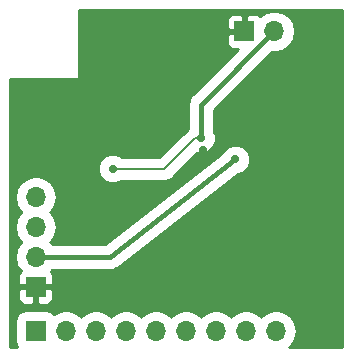
<source format=gbr>
G04 #@! TF.GenerationSoftware,KiCad,Pcbnew,(5.0.1)-3*
G04 #@! TF.CreationDate,2019-10-04T17:51:27-04:00*
G04 #@! TF.ProjectId,TPS62746,54505336323734362E6B696361645F70,rev?*
G04 #@! TF.SameCoordinates,Original*
G04 #@! TF.FileFunction,Copper,L2,Bot,Signal*
G04 #@! TF.FilePolarity,Positive*
%FSLAX46Y46*%
G04 Gerber Fmt 4.6, Leading zero omitted, Abs format (unit mm)*
G04 Created by KiCad (PCBNEW (5.0.1)-3) date 10/4/2019 5:51:27 PM*
%MOMM*%
%LPD*%
G01*
G04 APERTURE LIST*
G04 #@! TA.AperFunction,ComponentPad*
%ADD10R,1.700000X1.700000*%
G04 #@! TD*
G04 #@! TA.AperFunction,ComponentPad*
%ADD11O,1.700000X1.700000*%
G04 #@! TD*
G04 #@! TA.AperFunction,ViaPad*
%ADD12C,0.700000*%
G04 #@! TD*
G04 #@! TA.AperFunction,Conductor*
%ADD13C,0.203200*%
G04 #@! TD*
G04 #@! TA.AperFunction,Conductor*
%ADD14C,0.457200*%
G04 #@! TD*
G04 #@! TA.AperFunction,Conductor*
%ADD15C,0.254000*%
G04 #@! TD*
G04 APERTURE END LIST*
D10*
G04 #@! TO.P,J3,1*
G04 #@! TO.N,Net-(J3-Pad1)*
X172130000Y-89620000D03*
D11*
G04 #@! TO.P,J3,2*
G04 #@! TO.N,/LOAD_SW_CTRL*
X174670000Y-89620000D03*
G04 #@! TO.P,J3,3*
G04 #@! TO.N,/AIN_BAT_DIV_VOLTAGE*
X177210000Y-89620000D03*
G04 #@! TO.P,J3,4*
G04 #@! TO.N,N/C*
X179750000Y-89620000D03*
G04 #@! TO.P,J3,5*
X182290000Y-89620000D03*
G04 #@! TO.P,J3,6*
X184830000Y-89620000D03*
G04 #@! TO.P,J3,7*
X187370000Y-89620000D03*
G04 #@! TO.P,J3,8*
X189910000Y-89620000D03*
G04 #@! TO.P,J3,9*
X192450000Y-89620000D03*
G04 #@! TD*
D10*
G04 #@! TO.P,J1,1*
G04 #@! TO.N,DGND*
X172120000Y-85890000D03*
D11*
G04 #@! TO.P,J1,2*
G04 #@! TO.N,DVDD*
X172120000Y-83350000D03*
G04 #@! TO.P,J1,3*
G04 #@! TO.N,N/C*
X172120000Y-80810000D03*
G04 #@! TO.P,J1,4*
X172120000Y-78270000D03*
G04 #@! TD*
D10*
G04 #@! TO.P,J2,1*
G04 #@! TO.N,DGND*
X189770000Y-64240000D03*
D11*
G04 #@! TO.P,J2,2*
G04 #@! TO.N,/LOAD_IN*
X192310000Y-64240000D03*
G04 #@! TD*
D12*
G04 #@! TO.N,DGND*
X186260000Y-74320000D03*
X180110000Y-79410000D03*
G04 #@! TO.N,/LOAD_IN*
X186110000Y-73300000D03*
X178640000Y-75880000D03*
G04 #@! TO.N,DVDD*
X189030000Y-75080000D03*
G04 #@! TD*
D13*
G04 #@! TO.N,/LOAD_IN*
X185615026Y-73300000D02*
X183005026Y-75910000D01*
X186110000Y-73300000D02*
X185615026Y-73300000D01*
X183005026Y-75910000D02*
X178670000Y-75910000D01*
X178670000Y-75910000D02*
X178640000Y-75880000D01*
D14*
X186110000Y-70440000D02*
X186110000Y-73300000D01*
X192310000Y-64240000D02*
X186110000Y-70440000D01*
G04 #@! TO.N,DVDD*
X189030000Y-75080000D02*
X178390000Y-83350000D01*
X178390000Y-83350000D02*
X172120000Y-83350000D01*
G04 #@! TD*
D15*
G04 #@! TO.N,DGND*
G36*
X198011001Y-90971000D02*
X193558203Y-90971000D01*
X193703749Y-90873749D01*
X194088102Y-90298524D01*
X194223069Y-89620000D01*
X194088102Y-88941476D01*
X193703749Y-88366251D01*
X193128524Y-87981898D01*
X192621276Y-87881000D01*
X192278724Y-87881000D01*
X191771476Y-87981898D01*
X191196251Y-88366251D01*
X191180000Y-88390572D01*
X191163749Y-88366251D01*
X190588524Y-87981898D01*
X190081276Y-87881000D01*
X189738724Y-87881000D01*
X189231476Y-87981898D01*
X188656251Y-88366251D01*
X188640000Y-88390572D01*
X188623749Y-88366251D01*
X188048524Y-87981898D01*
X187541276Y-87881000D01*
X187198724Y-87881000D01*
X186691476Y-87981898D01*
X186116251Y-88366251D01*
X186100000Y-88390572D01*
X186083749Y-88366251D01*
X185508524Y-87981898D01*
X185001276Y-87881000D01*
X184658724Y-87881000D01*
X184151476Y-87981898D01*
X183576251Y-88366251D01*
X183560000Y-88390572D01*
X183543749Y-88366251D01*
X182968524Y-87981898D01*
X182461276Y-87881000D01*
X182118724Y-87881000D01*
X181611476Y-87981898D01*
X181036251Y-88366251D01*
X181020000Y-88390572D01*
X181003749Y-88366251D01*
X180428524Y-87981898D01*
X179921276Y-87881000D01*
X179578724Y-87881000D01*
X179071476Y-87981898D01*
X178496251Y-88366251D01*
X178480000Y-88390572D01*
X178463749Y-88366251D01*
X177888524Y-87981898D01*
X177381276Y-87881000D01*
X177038724Y-87881000D01*
X176531476Y-87981898D01*
X175956251Y-88366251D01*
X175940000Y-88390572D01*
X175923749Y-88366251D01*
X175348524Y-87981898D01*
X174841276Y-87881000D01*
X174498724Y-87881000D01*
X173991476Y-87981898D01*
X173667321Y-88198492D01*
X173620933Y-88129067D01*
X173326870Y-87932581D01*
X172980000Y-87863584D01*
X171280000Y-87863584D01*
X170933130Y-87932581D01*
X170639067Y-88129067D01*
X170442581Y-88423130D01*
X170373584Y-88770000D01*
X170373584Y-90470000D01*
X170442581Y-90816870D01*
X170545567Y-90971000D01*
X169929000Y-90971000D01*
X169929000Y-86175750D01*
X170635000Y-86175750D01*
X170635000Y-86866310D01*
X170731673Y-87099699D01*
X170910302Y-87278327D01*
X171143691Y-87375000D01*
X171834250Y-87375000D01*
X171993000Y-87216250D01*
X171993000Y-86017000D01*
X172247000Y-86017000D01*
X172247000Y-87216250D01*
X172405750Y-87375000D01*
X173096309Y-87375000D01*
X173329698Y-87278327D01*
X173508327Y-87099699D01*
X173605000Y-86866310D01*
X173605000Y-86175750D01*
X173446250Y-86017000D01*
X172247000Y-86017000D01*
X171993000Y-86017000D01*
X170793750Y-86017000D01*
X170635000Y-86175750D01*
X169929000Y-86175750D01*
X169929000Y-78270000D01*
X170346931Y-78270000D01*
X170481898Y-78948524D01*
X170866251Y-79523749D01*
X170890572Y-79540000D01*
X170866251Y-79556251D01*
X170481898Y-80131476D01*
X170346931Y-80810000D01*
X170481898Y-81488524D01*
X170866251Y-82063749D01*
X170890572Y-82080000D01*
X170866251Y-82096251D01*
X170481898Y-82671476D01*
X170346931Y-83350000D01*
X170481898Y-84028524D01*
X170843009Y-84568965D01*
X170731673Y-84680301D01*
X170635000Y-84913690D01*
X170635000Y-85604250D01*
X170793750Y-85763000D01*
X171993000Y-85763000D01*
X171993000Y-85743000D01*
X172247000Y-85743000D01*
X172247000Y-85763000D01*
X173446250Y-85763000D01*
X173605000Y-85604250D01*
X173605000Y-84913690D01*
X173508327Y-84680301D01*
X173396991Y-84568965D01*
X173464721Y-84467600D01*
X178209052Y-84467600D01*
X178248296Y-84480650D01*
X178430067Y-84467600D01*
X178500073Y-84467600D01*
X178539611Y-84459735D01*
X178691762Y-84448812D01*
X178755808Y-84416731D01*
X178826066Y-84402756D01*
X178952906Y-84318005D01*
X178988944Y-84299953D01*
X179044210Y-84256997D01*
X179195745Y-84155745D01*
X179218723Y-84121356D01*
X189257064Y-76319000D01*
X189276452Y-76319000D01*
X189731837Y-76130373D01*
X190080373Y-75781837D01*
X190269000Y-75326452D01*
X190269000Y-74833548D01*
X190080373Y-74378163D01*
X189731837Y-74029627D01*
X189276452Y-73841000D01*
X188783548Y-73841000D01*
X188328163Y-74029627D01*
X187979627Y-74378163D01*
X187916852Y-74529714D01*
X178006747Y-82232400D01*
X173464721Y-82232400D01*
X173373749Y-82096251D01*
X173349428Y-82080000D01*
X173373749Y-82063749D01*
X173758102Y-81488524D01*
X173893069Y-80810000D01*
X173758102Y-80131476D01*
X173373749Y-79556251D01*
X173349428Y-79540000D01*
X173373749Y-79523749D01*
X173758102Y-78948524D01*
X173893069Y-78270000D01*
X173758102Y-77591476D01*
X173373749Y-77016251D01*
X172798524Y-76631898D01*
X172291276Y-76531000D01*
X171948724Y-76531000D01*
X171441476Y-76631898D01*
X170866251Y-77016251D01*
X170481898Y-77591476D01*
X170346931Y-78270000D01*
X169929000Y-78270000D01*
X169929000Y-75633548D01*
X177401000Y-75633548D01*
X177401000Y-76126452D01*
X177589627Y-76581837D01*
X177938163Y-76930373D01*
X178393548Y-77119000D01*
X178886452Y-77119000D01*
X179341837Y-76930373D01*
X179371610Y-76900600D01*
X182907461Y-76900600D01*
X183005026Y-76920007D01*
X183102591Y-76900600D01*
X183102592Y-76900600D01*
X183391539Y-76843125D01*
X183719209Y-76624183D01*
X183774478Y-76541467D01*
X185802311Y-74513635D01*
X185863548Y-74539000D01*
X186356452Y-74539000D01*
X186811837Y-74350373D01*
X187160373Y-74001837D01*
X187349000Y-73546452D01*
X187349000Y-73053548D01*
X187227600Y-72760463D01*
X187227600Y-70902924D01*
X192151525Y-65979000D01*
X192481276Y-65979000D01*
X192988524Y-65878102D01*
X193563749Y-65493749D01*
X193948102Y-64918524D01*
X194083069Y-64240000D01*
X193948102Y-63561476D01*
X193563749Y-62986251D01*
X192988524Y-62601898D01*
X192481276Y-62501000D01*
X192138724Y-62501000D01*
X191631476Y-62601898D01*
X191091035Y-62963009D01*
X190979699Y-62851673D01*
X190746310Y-62755000D01*
X190055750Y-62755000D01*
X189897000Y-62913750D01*
X189897000Y-64113000D01*
X189917000Y-64113000D01*
X189917000Y-64367000D01*
X189897000Y-64367000D01*
X189897000Y-64387000D01*
X189643000Y-64387000D01*
X189643000Y-64367000D01*
X188443750Y-64367000D01*
X188285000Y-64525750D01*
X188285000Y-65216309D01*
X188381673Y-65449698D01*
X188560301Y-65628327D01*
X188793690Y-65725000D01*
X189244475Y-65725000D01*
X185397576Y-69571900D01*
X185304255Y-69634255D01*
X185057245Y-70003934D01*
X185057244Y-70003935D01*
X184970505Y-70440000D01*
X184992400Y-70550074D01*
X184992401Y-72524640D01*
X184900843Y-72585817D01*
X184845576Y-72668530D01*
X182594707Y-74919400D01*
X179431610Y-74919400D01*
X179341837Y-74829627D01*
X178886452Y-74641000D01*
X178393548Y-74641000D01*
X177938163Y-74829627D01*
X177589627Y-75178163D01*
X177401000Y-75633548D01*
X169929000Y-75633548D01*
X169929000Y-68268349D01*
X175629807Y-68277000D01*
X175678423Y-68267406D01*
X175719666Y-68239939D01*
X175747259Y-68198779D01*
X175757000Y-68150193D01*
X175764415Y-63263691D01*
X188285000Y-63263691D01*
X188285000Y-63954250D01*
X188443750Y-64113000D01*
X189643000Y-64113000D01*
X189643000Y-62913750D01*
X189484250Y-62755000D01*
X188793690Y-62755000D01*
X188560301Y-62851673D01*
X188381673Y-63030302D01*
X188285000Y-63263691D01*
X175764415Y-63263691D01*
X175765667Y-62439000D01*
X198011000Y-62439000D01*
X198011001Y-90971000D01*
X198011001Y-90971000D01*
G37*
X198011001Y-90971000D02*
X193558203Y-90971000D01*
X193703749Y-90873749D01*
X194088102Y-90298524D01*
X194223069Y-89620000D01*
X194088102Y-88941476D01*
X193703749Y-88366251D01*
X193128524Y-87981898D01*
X192621276Y-87881000D01*
X192278724Y-87881000D01*
X191771476Y-87981898D01*
X191196251Y-88366251D01*
X191180000Y-88390572D01*
X191163749Y-88366251D01*
X190588524Y-87981898D01*
X190081276Y-87881000D01*
X189738724Y-87881000D01*
X189231476Y-87981898D01*
X188656251Y-88366251D01*
X188640000Y-88390572D01*
X188623749Y-88366251D01*
X188048524Y-87981898D01*
X187541276Y-87881000D01*
X187198724Y-87881000D01*
X186691476Y-87981898D01*
X186116251Y-88366251D01*
X186100000Y-88390572D01*
X186083749Y-88366251D01*
X185508524Y-87981898D01*
X185001276Y-87881000D01*
X184658724Y-87881000D01*
X184151476Y-87981898D01*
X183576251Y-88366251D01*
X183560000Y-88390572D01*
X183543749Y-88366251D01*
X182968524Y-87981898D01*
X182461276Y-87881000D01*
X182118724Y-87881000D01*
X181611476Y-87981898D01*
X181036251Y-88366251D01*
X181020000Y-88390572D01*
X181003749Y-88366251D01*
X180428524Y-87981898D01*
X179921276Y-87881000D01*
X179578724Y-87881000D01*
X179071476Y-87981898D01*
X178496251Y-88366251D01*
X178480000Y-88390572D01*
X178463749Y-88366251D01*
X177888524Y-87981898D01*
X177381276Y-87881000D01*
X177038724Y-87881000D01*
X176531476Y-87981898D01*
X175956251Y-88366251D01*
X175940000Y-88390572D01*
X175923749Y-88366251D01*
X175348524Y-87981898D01*
X174841276Y-87881000D01*
X174498724Y-87881000D01*
X173991476Y-87981898D01*
X173667321Y-88198492D01*
X173620933Y-88129067D01*
X173326870Y-87932581D01*
X172980000Y-87863584D01*
X171280000Y-87863584D01*
X170933130Y-87932581D01*
X170639067Y-88129067D01*
X170442581Y-88423130D01*
X170373584Y-88770000D01*
X170373584Y-90470000D01*
X170442581Y-90816870D01*
X170545567Y-90971000D01*
X169929000Y-90971000D01*
X169929000Y-86175750D01*
X170635000Y-86175750D01*
X170635000Y-86866310D01*
X170731673Y-87099699D01*
X170910302Y-87278327D01*
X171143691Y-87375000D01*
X171834250Y-87375000D01*
X171993000Y-87216250D01*
X171993000Y-86017000D01*
X172247000Y-86017000D01*
X172247000Y-87216250D01*
X172405750Y-87375000D01*
X173096309Y-87375000D01*
X173329698Y-87278327D01*
X173508327Y-87099699D01*
X173605000Y-86866310D01*
X173605000Y-86175750D01*
X173446250Y-86017000D01*
X172247000Y-86017000D01*
X171993000Y-86017000D01*
X170793750Y-86017000D01*
X170635000Y-86175750D01*
X169929000Y-86175750D01*
X169929000Y-78270000D01*
X170346931Y-78270000D01*
X170481898Y-78948524D01*
X170866251Y-79523749D01*
X170890572Y-79540000D01*
X170866251Y-79556251D01*
X170481898Y-80131476D01*
X170346931Y-80810000D01*
X170481898Y-81488524D01*
X170866251Y-82063749D01*
X170890572Y-82080000D01*
X170866251Y-82096251D01*
X170481898Y-82671476D01*
X170346931Y-83350000D01*
X170481898Y-84028524D01*
X170843009Y-84568965D01*
X170731673Y-84680301D01*
X170635000Y-84913690D01*
X170635000Y-85604250D01*
X170793750Y-85763000D01*
X171993000Y-85763000D01*
X171993000Y-85743000D01*
X172247000Y-85743000D01*
X172247000Y-85763000D01*
X173446250Y-85763000D01*
X173605000Y-85604250D01*
X173605000Y-84913690D01*
X173508327Y-84680301D01*
X173396991Y-84568965D01*
X173464721Y-84467600D01*
X178209052Y-84467600D01*
X178248296Y-84480650D01*
X178430067Y-84467600D01*
X178500073Y-84467600D01*
X178539611Y-84459735D01*
X178691762Y-84448812D01*
X178755808Y-84416731D01*
X178826066Y-84402756D01*
X178952906Y-84318005D01*
X178988944Y-84299953D01*
X179044210Y-84256997D01*
X179195745Y-84155745D01*
X179218723Y-84121356D01*
X189257064Y-76319000D01*
X189276452Y-76319000D01*
X189731837Y-76130373D01*
X190080373Y-75781837D01*
X190269000Y-75326452D01*
X190269000Y-74833548D01*
X190080373Y-74378163D01*
X189731837Y-74029627D01*
X189276452Y-73841000D01*
X188783548Y-73841000D01*
X188328163Y-74029627D01*
X187979627Y-74378163D01*
X187916852Y-74529714D01*
X178006747Y-82232400D01*
X173464721Y-82232400D01*
X173373749Y-82096251D01*
X173349428Y-82080000D01*
X173373749Y-82063749D01*
X173758102Y-81488524D01*
X173893069Y-80810000D01*
X173758102Y-80131476D01*
X173373749Y-79556251D01*
X173349428Y-79540000D01*
X173373749Y-79523749D01*
X173758102Y-78948524D01*
X173893069Y-78270000D01*
X173758102Y-77591476D01*
X173373749Y-77016251D01*
X172798524Y-76631898D01*
X172291276Y-76531000D01*
X171948724Y-76531000D01*
X171441476Y-76631898D01*
X170866251Y-77016251D01*
X170481898Y-77591476D01*
X170346931Y-78270000D01*
X169929000Y-78270000D01*
X169929000Y-75633548D01*
X177401000Y-75633548D01*
X177401000Y-76126452D01*
X177589627Y-76581837D01*
X177938163Y-76930373D01*
X178393548Y-77119000D01*
X178886452Y-77119000D01*
X179341837Y-76930373D01*
X179371610Y-76900600D01*
X182907461Y-76900600D01*
X183005026Y-76920007D01*
X183102591Y-76900600D01*
X183102592Y-76900600D01*
X183391539Y-76843125D01*
X183719209Y-76624183D01*
X183774478Y-76541467D01*
X185802311Y-74513635D01*
X185863548Y-74539000D01*
X186356452Y-74539000D01*
X186811837Y-74350373D01*
X187160373Y-74001837D01*
X187349000Y-73546452D01*
X187349000Y-73053548D01*
X187227600Y-72760463D01*
X187227600Y-70902924D01*
X192151525Y-65979000D01*
X192481276Y-65979000D01*
X192988524Y-65878102D01*
X193563749Y-65493749D01*
X193948102Y-64918524D01*
X194083069Y-64240000D01*
X193948102Y-63561476D01*
X193563749Y-62986251D01*
X192988524Y-62601898D01*
X192481276Y-62501000D01*
X192138724Y-62501000D01*
X191631476Y-62601898D01*
X191091035Y-62963009D01*
X190979699Y-62851673D01*
X190746310Y-62755000D01*
X190055750Y-62755000D01*
X189897000Y-62913750D01*
X189897000Y-64113000D01*
X189917000Y-64113000D01*
X189917000Y-64367000D01*
X189897000Y-64367000D01*
X189897000Y-64387000D01*
X189643000Y-64387000D01*
X189643000Y-64367000D01*
X188443750Y-64367000D01*
X188285000Y-64525750D01*
X188285000Y-65216309D01*
X188381673Y-65449698D01*
X188560301Y-65628327D01*
X188793690Y-65725000D01*
X189244475Y-65725000D01*
X185397576Y-69571900D01*
X185304255Y-69634255D01*
X185057245Y-70003934D01*
X185057244Y-70003935D01*
X184970505Y-70440000D01*
X184992400Y-70550074D01*
X184992401Y-72524640D01*
X184900843Y-72585817D01*
X184845576Y-72668530D01*
X182594707Y-74919400D01*
X179431610Y-74919400D01*
X179341837Y-74829627D01*
X178886452Y-74641000D01*
X178393548Y-74641000D01*
X177938163Y-74829627D01*
X177589627Y-75178163D01*
X177401000Y-75633548D01*
X169929000Y-75633548D01*
X169929000Y-68268349D01*
X175629807Y-68277000D01*
X175678423Y-68267406D01*
X175719666Y-68239939D01*
X175747259Y-68198779D01*
X175757000Y-68150193D01*
X175764415Y-63263691D01*
X188285000Y-63263691D01*
X188285000Y-63954250D01*
X188443750Y-64113000D01*
X189643000Y-64113000D01*
X189643000Y-62913750D01*
X189484250Y-62755000D01*
X188793690Y-62755000D01*
X188560301Y-62851673D01*
X188381673Y-63030302D01*
X188285000Y-63263691D01*
X175764415Y-63263691D01*
X175765667Y-62439000D01*
X198011000Y-62439000D01*
X198011001Y-90971000D01*
G04 #@! TD*
M02*

</source>
